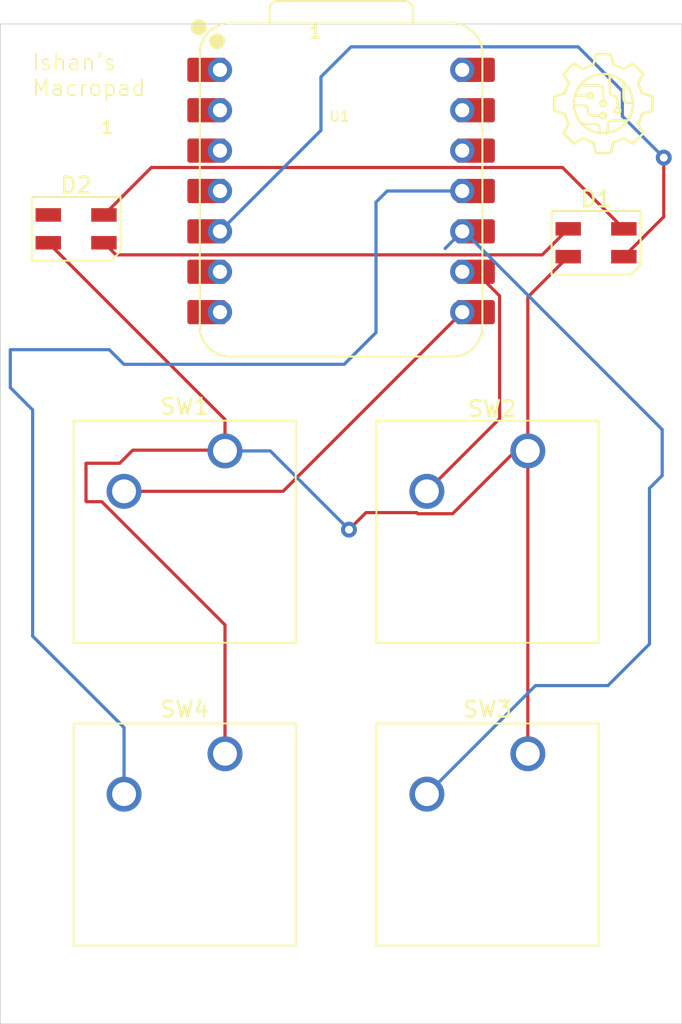
<source format=kicad_pcb>
(kicad_pcb (version 20240108) (generator "pcbnew") (generator_version "8.0")
  (layers (0 "F.Cu" signal) (31 "B.Cu" signal) (34 "B.Paste" user) (35 "F.Paste" user) (36 "B.SilkS" user "B.Silkscreen") (37 "F.SilkS" user "F.Silkscreen") (38 "B.Mask" user) (39 "F.Mask" user) (44 "Edge.Cuts" user))
  (net 0 "")
  (net 1 "GND")
  (net 2 "Net-(D1-DIN)")
  (net 3 "Net-(D1-DOUT)")
  (net 4 "+5V")
  (net 6 "Net-(U1-GPIO1{slash}RX)")
  (net 7 "Net-(U1-GPIO2{slash}SCK)")
  (net 8 "Net-(U1-GPIO4{slash}MISO)")
  (net 9 "Net-(U1-GPIO3{slash}MOSI)")
  (footprint "OPL:XIAO-RP2040-DIP" (layer "F.Cu") (at 199.4025 106.69875)
    (property "Reference" "U1" (at -0.1025 -4.69875 0) (layer "F.SilkS") (effects (font (size 0.635 0.635) (thickness 0.1016))))
    (property "Value" "XIAO-RP2040-DIP")
    (fp_line (start -8.89 8.509) (end -8.89 -8.636) (stroke (width 0.127)) (layer "F.SilkS"))
    (fp_line (start -6.985 10.414) (end 6.985 10.414) (stroke (width 0.127)) (layer "F.SilkS"))
    (fp_line (start -4.495 -10.541) (end -4.491272 -11.451272) (stroke (width 0.127)) (layer "F.SilkS"))
    (fp_line (start -3.991272 -11.951) (end 4.004 -11.951) (stroke (width 0.127)) (layer "F.SilkS"))
    (fp_line (start 4.504 -11.451) (end 4.504 -10.541) (stroke (width 0.127)) (layer "F.SilkS"))
    (fp_line (start 6.985 -10.541) (end -6.985 -10.541) (stroke (width 0.1)) (layer "F.SilkS"))
    (fp_line (start 6.985 -10.541) (end -6.985 -10.541) (stroke (width 0.127)) (layer "F.SilkS"))
    (fp_line (start 8.89 8.509) (end 8.89 -8.636) (stroke (width 0.127)) (layer "F.SilkS"))
    (fp_arc (start -8.89 -8.636) (mid -8.332038 -9.983038) (end -6.985 -10.541) (stroke (width 0.127)) (layer "F.SilkS"))
    (fp_arc (start -6.985 10.414) (mid -8.332038 9.856038) (end -8.89 8.509) (stroke (width 0.127)) (layer "F.SilkS"))
    (fp_arc (start -4.491272 -11.451272) (mid -4.344724 -11.804644) (end -3.991272 -11.951) (stroke (width 0.127)) (layer "F.SilkS"))
    (fp_arc (start 4.004 -11.951) (mid 4.357553 -11.804553) (end 4.504 -11.451) (stroke (width 0.127)) (layer "F.SilkS"))
    (fp_arc (start 6.985 -10.541) (mid 8.332038 -9.983038) (end 8.89 -8.636) (stroke (width 0.127)) (layer "F.SilkS"))
    (fp_arc (start 8.89 8.509) (mid 8.332038 9.856038) (end 6.985 10.414) (stroke (width 0.127)) (layer "F.SilkS"))
    (fp_circle (center -8.95 -10.3) (end -8.95 -10.554) (stroke (width 0.5)) (fill solid) (layer "F.SilkS"))
    (fp_circle (center -7.807 -9.42) (end -7.807 -9.674) (stroke (width 0.5)) (fill solid) (layer "F.SilkS"))
    (pad "1" smd roundrect (at -8.455 -7.62 180) (size 2.432 1.524) (layers "F.Cu" "F.Mask") (roundrect_rratio 0.1))
    (pad "1" thru_hole circle (at -7.62 -7.62 180) (size 1.524 1.524) (drill 0.889) (layers "*.Cu" "*.Mask"))
    (pad "2" smd roundrect (at -8.455 -5.08 180) (size 2.432 1.524) (layers "F.Cu" "F.Mask") (roundrect_rratio 0.1))
    (pad "2" thru_hole circle (at -7.62 -5.08 180) (size 1.524 1.524) (drill 0.889) (layers "*.Cu" "*.Mask"))
    (pad "3" smd roundrect (at -8.455 -2.54 180) (size 2.432 1.524) (layers "F.Cu" "F.Mask") (roundrect_rratio 0.1))
    (pad "3" thru_hole circle (at -7.62 -2.54 180) (size 1.524 1.524) (drill 0.889) (layers "*.Cu" "*.Mask"))
    (pad "4" smd roundrect (at -8.455 0 180) (size 2.432 1.524) (layers "F.Cu" "F.Mask") (roundrect_rratio 0.1))
    (pad "4" thru_hole circle (at -7.62 0 180) (size 1.524 1.524) (drill 0.889) (layers "*.Cu" "*.Mask"))
    (pad "5" smd roundrect (at -8.455 2.54 180) (size 2.432 1.524) (layers "F.Cu" "F.Mask") (roundrect_rratio 0.1) (net 2 "Net-(D1-DIN)"))
    (pad "5" thru_hole circle (at -7.62 2.54 180) (size 1.524 1.524) (drill 0.889) (layers "*.Cu" "*.Mask") (net 2 "Net-(D1-DIN)"))
    (pad "6" smd roundrect (at -8.455 5.08 180) (size 2.432 1.524) (layers "F.Cu" "F.Mask") (roundrect_rratio 0.1))
    (pad "6" thru_hole circle (at -7.62 5.08 180) (size 1.524 1.524) (drill 0.889) (layers "*.Cu" "*.Mask"))
    (pad "7" smd roundrect (at -8.455 7.62 180) (size 2.432 1.524) (layers "F.Cu" "F.Mask") (roundrect_rratio 0.1))
    (pad "7" thru_hole circle (at -7.62 7.62 180) (size 1.524 1.524) (drill 0.889) (layers "*.Cu" "*.Mask"))
    (pad "8" thru_hole circle (at 7.62 7.62) (size 1.524 1.524) (drill 0.889) (layers "*.Cu" "*.Mask") (net 6 "Net-(U1-GPIO1{slash}RX)"))
    (pad "8" smd roundrect (at 8.455 7.62) (size 2.432 1.524) (layers "F.Cu" "F.Mask") (roundrect_rratio 0.1) (net 6 "Net-(U1-GPIO1{slash}RX)"))
    (pad "9" thru_hole circle (at 7.62 5.08) (size 1.524 1.524) (drill 0.889) (layers "*.Cu" "*.Mask") (net 7 "Net-(U1-GPIO2{slash}SCK)"))
    (pad "9" smd roundrect (at 8.455 5.08) (size 2.432 1.524) (layers "F.Cu" "F.Mask") (roundrect_rratio 0.1) (net 7 "Net-(U1-GPIO2{slash}SCK)"))
    (pad "10" thru_hole circle (at 7.62 2.54) (size 1.524 1.524) (drill 0.889) (layers "*.Cu" "*.Mask") (net 8 "Net-(U1-GPIO4{slash}MISO)"))
    (pad "10" smd roundrect (at 8.455 2.54) (size 2.432 1.524) (layers "F.Cu" "F.Mask") (roundrect_rratio 0.1) (net 8 "Net-(U1-GPIO4{slash}MISO)"))
    (pad "11" thru_hole circle (at 7.62 0) (size 1.524 1.524) (drill 0.889) (layers "*.Cu" "*.Mask") (net 9 "Net-(U1-GPIO3{slash}MOSI)"))
    (pad "11" smd roundrect (at 8.455 0) (size 2.432 1.524) (layers "F.Cu" "F.Mask") (roundrect_rratio 0.1) (net 9 "Net-(U1-GPIO3{slash}MOSI)"))
    (pad "12" thru_hole circle (at 7.62 -2.54) (size 1.524 1.524) (drill 0.889) (layers "*.Cu" "*.Mask"))
    (pad "12" smd roundrect (at 8.455 -2.54) (size 2.432 1.524) (layers "F.Cu" "F.Mask") (roundrect_rratio 0.1))
    (pad "13" thru_hole circle (at 7.62 -5.08) (size 1.524 1.524) (drill 0.889) (layers "*.Cu" "*.Mask"))
    (pad "13" smd roundrect (at 8.455 -5.08) (size 2.432 1.524) (layers "F.Cu" "F.Mask") (roundrect_rratio 0.1))
    (pad "14" thru_hole circle (at 7.62 -7.62) (size 1.524 1.524) (drill 0.889) (layers "*.Cu" "*.Mask"))
    (pad "14" smd roundrect (at 8.455 -7.62) (size 2.432 1.524) (layers "F.Cu" "F.Mask") (roundrect_rratio 0.1))
  )
  (footprint "Button_Switch_Keyboard:SW_Cherry_MX_1.00u_PCB" (layer "F.Cu") (at 192.1 142.1)
    (property "Reference" "SW4" (at -2.54 -2.794 0) (layer "F.SilkS"))
    (property "Value" "SW_Push")
    (fp_line (start -9.525 -1.905) (end 4.445 -1.905) (stroke (width 0.12)) (layer "F.SilkS"))
    (fp_line (start -9.525 12.065) (end -9.525 -1.905) (stroke (width 0.12)) (layer "F.SilkS"))
    (fp_line (start 4.445 -1.905) (end 4.445 12.065) (stroke (width 0.12)) (layer "F.SilkS"))
    (fp_line (start 4.445 12.065) (end -9.525 12.065) (stroke (width 0.12)) (layer "F.SilkS"))
    (pad "" np_thru_hole circle (at -7.62 5.08) (size 1.7 1.7) (drill 1.7) (layers "*.Cu" "*.Mask"))
    (pad "" np_thru_hole circle (at -2.54 5.08) (size 4 4) (drill 4) (layers "*.Cu" "*.Mask"))
    (pad "" np_thru_hole circle (at 2.54 5.08) (size 1.7 1.7) (drill 1.7) (layers "*.Cu" "*.Mask"))
    (pad "1" thru_hole circle (at 0 0) (size 2.2 2.2) (drill 1.5) (layers "*.Cu" "*.Mask") (net 1 "GND"))
    (pad "2" thru_hole circle (at -6.35 2.54) (size 2.2 2.2) (drill 1.5) (layers "*.Cu" "*.Mask") (net 9 "Net-(U1-GPIO3{slash}MOSI)"))
  )
  (footprint "LED_SMD:LED_SK6812MINI_PLCC4_3.5x3.5mm_P1.75mm" (layer "F.Cu") (at 215.44 109.955)
    (property "Reference" "D1" (at 0 -2.75 0) (layer "F.SilkS"))
    (property "Value" "SK6812MINI")
    (fp_line (start -2.8 -2) (end -2.8 2) (stroke (width 0.12)) (layer "F.SilkS"))
    (fp_line (start -2.8 -2) (end 2.8 -2) (stroke (width 0.12)) (layer "F.SilkS"))
    (fp_line (start -2.8 2) (end 2.2 2) (stroke (width 0.12)) (layer "F.SilkS"))
    (fp_line (start 2.8 1.4) (end 2.2 2) (stroke (width 0.12)) (layer "F.SilkS"))
    (fp_line (start 2.8 1.4) (end 2.8 -2) (stroke (width 0.12)) (layer "F.SilkS"))
    (fp_text user "1" (at -17.64625 -13.26625 0) (layer "F.SilkS") (effects (font (size 0.8 0.8))))
    (pad "1" smd rect (at -1.75 -0.875) (size 1.6 0.85) (layers "F.Cu" "F.Paste" "F.Mask") (net 3 "Net-(D1-DOUT)"))
    (pad "2" smd rect (at -1.75 0.875) (size 1.6 0.85) (layers "F.Cu" "F.Paste" "F.Mask") (net 1 "GND"))
    (pad "3" smd rect (at 1.75 0.875) (size 1.6 0.85) (layers "F.Cu" "F.Paste" "F.Mask") (net 2 "Net-(D1-DIN)"))
    (pad "4" smd rect (at 1.75 -0.875) (size 1.6 0.85) (layers "F.Cu" "F.Paste" "F.Mask") (net 4 "+5V"))
  )
  (footprint "img:logo" (layer "F.Cu") (at 215.554742 100.650524)
    (property "Reference" "G***" (hide yes))
    (property "Value" "LOGO" (hide yes))
    (fp_poly (pts (xy 0.415502 -2.634362) (xy 0.541727 -2.632355) (xy 0.655839 -2.628415) (xy 0.749948 -2.622542) (xy 0.816164 -2.614737) (xy 0.845701 -2.60582) (xy 0.863115 -2.575749) (xy 0.887718 -2.511266) (xy 0.916956 -2.420005) (xy 0.948275 -2.309599) (xy 0.960918 -2.261376) (xy 1.042236 -1.943907) (xy 1.1824 -1.898625) (xy 1.277584 -1.863934) (xy 1.385128 -1.818935) (xy 1.469113 -1.779542) (xy 1.615663 -1.70574) (xy 1.881451 -1.862907) (xy 1.980202 -1.920713) (xy 2.068399 -1.971252) (xy 2.138082 -2.010042) (xy 2.18129 -2.032601) (xy 2.188321 -2.035696) (xy 2.207359 -2.035486) (xy 2.236203 -2.021106) (xy 2.278509 -1.989447) (xy 2.337935 -1.937399) (xy 2.418137 -1.861855) (xy 2.522774 -1.759705) (xy 2.582161 -1.700896) (xy 2.682809 -1.59981) (xy 2.772271 -1.507841) (xy 2.846223 -1.42961) (xy 2.900342 -1.369736) (xy 2.930304 -1.33284) (xy 2.934919 -1.323984) (xy 2.924517 -1.296541) (xy 2.895983 -1.239621) (xy 2.853329 -1.160793) (xy 2.800567 -1.067629) (xy 2.783744 -1.038662) (xy 2.727664 -0.941861) (xy 2.679086 -0.856537) (xy 2.642417 -0.79054) (xy 2.622064 -0.751718) (xy 2.619918 -0.746863) (xy 2.622338 -0.711916) (xy 2.640741 -0.651552) (xy 2.671178 -0.578636) (xy 2.672255 -0.576348) (xy 2.715973 -0.477584) (xy 2.760793 -0.366633) (xy 2.787526 -0.294239) (xy 2.816172 -0.217159) (xy 2.840585 -0.17105) (xy 2.868692 -0.145471) (xy 2.908425 -0.129981) (xy 2.913339 -0.128586) (xy 2.964486 -0.114589) (xy 3.045604 -0.092713) (xy 3.144941 -0.066115) (xy 3.236529 -0.041728) (xy 3.33479 -0.013917) (xy 3.417513 0.012722) (xy 3.475806 0.035107) (xy 3.500558 0.049785) (xy 3.505797 0.07913) (xy 3.510001 0.143909) (xy 3.51317 0.236408) (xy 3.515306 0.348913) (xy 3.516411 0.473711) (xy 3.516485 0.603087) (xy 3.51553 0.729327) (xy 3.513547 0.844717) (xy 3.510537 0.941544) (xy 3.506502 1.012092) (xy 3.501444 1.04865) (xy 3.500386 1.051088) (xy 3.474708 1.065478) (xy 3.414857 1.087943) (xy 3.328493 1.115933) (xy 3.223273 1.146892) (xy 3.163706 1.163303) (xy 3.053046 1.19342) (xy 2.958356 1.219807) (xy 2.886898 1.240392) (xy 2.845936 1.253101) (xy 2.839044 1.25597) (xy 2.830175 1.278037) (xy 2.81119 1.329819) (xy 2.786139 1.400263) (xy 2.785277 1.402718) (xy 2.74758 1.502386) (xy 2.702285 1.611532) (xy 2.671852 1.679268) (xy 2.641364 1.751993) (xy 2.622765 1.812442) (xy 2.620015 1.847698) (xy 2.620121 1.847985) (xy 2.635155 1.877789) (xy 2.667719 1.936939) (xy 2.713412 2.017606) (xy 2.767837 2.11196) (xy 2.783744 2.139256) (xy 2.838712 2.235191) (xy 2.884749 2.319011) (xy 2.917842 2.383147) (xy 2.933982 2.420026) (xy 2.934919 2.424578) (xy 2.920306 2.445805) (xy 2.879961 2.491773) (xy 2.819129 2.55719) (xy 2.743056 2.636764) (xy 2.656984 2.725202) (xy 2.566159 2.817212) (xy 2.475825 2.907502) (xy 2.391227 2.990779) (xy 2.317608 3.061752) (xy 2.260213 3.115127) (xy 2.224287 3.145613) (xy 2.215344 3.150722) (xy 2.19239 3.140363) (xy 2.138994 3.111773) (xy 2.06187 3.068679) (xy 1.967735 3.014809) (xy 1.907805 2.97999) (xy 1.615525 2.809258) (xy 1.466847 2.882737) (xy 1.369266 2.927596) (xy 1.262615 2.971527) (xy 1.179877 3.001613) (xy 1.041585 3.047012) (xy 0.960205 3.363225) (xy 0.930362 3.475654) (xy 0.902503 3.574171) (xy 0.87904 3.650713) (xy 0.862385 3.697217) (xy 0.857586 3.706414) (xy 0.838364 3.715757) (xy 0.794645 3.722883) (xy 0.722507 3.727999) (xy 0.618024 3.731311) (xy 0.477271 3.733027) (xy 0.345285 3.73339) (xy 0.174805 3.73274) (xy 0.043539 3.730654) (xy -0.052443 3.726924) (xy -0.11707 3.721343) (xy -0.154272 3.713703) (xy -0.166605 3.706414) (xy -0.179077 3.676881) (xy -0.199561 3.613498) (xy -0.225655 3.524303) (xy -0.25496 3.417331) (xy -0.269539 3.361737) (xy -0.351644 3.044034) (xy -0.461761 3.011829) (xy -0.533844 2.9868) (xy -0.626934 2.949099) (xy -0.723686 2.905847) (xy -0.746975 2.894729) (xy -0.922073 2.809833) (xy -1.200161 2.971566) (xy -1.299991 3.02931) (xy -1.387857 3.079543) (xy -1.456408 3.118107) (xy -1.498294 3.140844) (xy -1.506374 3.14476) (xy -1.528375 3.133302) (xy -1.575078 3.09591) (xy -1.641216 3.037713) (xy -1.721525 2.963839) (xy -1.810739 2.879418) (xy -1.903592 2.789578) (xy -1.994819 2.699447) (xy -2.079155 2.614154) (xy -2.151335 2.538827) (xy -2.206093 2.478595) (xy -2.238163 2.438587) (xy -2.24435 2.425962) (xy -2.233951 2.399311) (xy -2.205329 2.342793) (xy -2.162344 2.263625) (xy -2.10886 2.169023) (xy -2.082498 2.123516) (xy -2.025641 2.024807) (xy -1.977521 1.938821) (xy -1.941981 1.872619) (xy -1.922866 1.833263) (xy -1.920646 1.826155) (xy -1.929267 1.79766) (xy -1.951839 1.742461) (xy -1.982525 1.674562) (xy -2.024987 1.57852) (xy -2.068887 1.470353) (xy -2.094178 1.402718) (xy -2.119608 1.331895) (xy -2.139037 1.279348) (xy -2.148383 1.256114) (xy -2.148475 1.25597) (xy -2.169764 1.248426) (xy -2.225505 1.231876) (xy -2.308436 1.208393) (xy -2.411295 1.180052) (xy -2.473137 1.163303) (xy -2.585129 1.131808) (xy -2.682245 1.101956) (xy -2.756826 1.076302) (xy -2.801213 1.057398) (xy -2.809816 1.051088) (xy -2.814997 1.021878) (xy -2.819189 0.957239) (xy -2.822387 0.86488) (xy -2.824587 0.75251) (xy -2.825783 0.627839) (xy -2.825969 0.498574) (xy -2.82514 0.372426) (xy -2.823292 0.257104) (xy -2.820418 0.160317) (xy -2.819988 0.152543) (xy -2.676903 0.152543) (xy -2.671034 0.554236) (xy -2.665166 0.95593) (xy -2.355033 1.03735) (xy -2.244992 1.067136) (xy -2.150064 1.094526) (xy -2.078 1.117153) (xy -2.036551 1.132648) (xy -2.029957 1.136657) (xy -2.01628 1.16555) (xy -1.995736 1.222703) (xy -1.976351 1.284027) (xy -1.949254 1.362341) (xy -1.909441 1.462414) (xy -1.863715 1.567513) (xy -1.842846 1.612361) (xy -1.803116 1.697278) (xy -1.77157 1.767783) (xy -1.752193 1.814782) (xy -1.748003 1.828695) (xy -1.758357 1.852556) (xy -1.78687 1.906599) (xy -1.829719 1.98386) (xy -1.883079 2.077378) (xy -1.910805 2.125142) (xy -2.073606 2.404108) (xy -1.786718 2.689605) (xy -1.49983 2.975103) (xy -1.230077 2.815042) (xy -1.131854 2.757977) (xy -1.045109 2.709849) (xy -0.977338 2.674648) (xy -0.936035 2.656363) (xy -0.928758 2.654678) (xy -0.896128 2.663644) (xy -0.835854 2.687858) (xy -0.758689 2.722859) (xy -0.723745 2.739744) (xy -0.619317 2.787688) (xy -0.504242 2.835214) (xy -0.401394 2.872935) (xy -0.390247 2.876587) (xy -0.333047 2.8944) (xy -0.289981 2.909735) (xy -0.25756 2.928562) (xy -0.232295 2.956853) (xy -0.210694 3.00058) (xy -0.18927 3.065713) (xy -0.164531 3.158224) (xy -0.13299 3.284085) (xy -0.118625 3.341379) (xy -0.057948 3.582328) (xy 0.346266 3.582328) (xy 0.75048 3.582328) (xy 0.799125 3.38271) (xy 0.826021 3.275947) (xy 0.854857 3.167214) (xy 0.880549 3.075536) (xy 0.887128 3.053398) (xy 0.926485 2.923703) (xy 1.084043 2.874794) (xy 1.182466 2.840245) (xy 1.296145 2.794414) (xy 1.402359 2.746522) (xy 1.413876 2.740901) (xy 1.494795 2.702648) (xy 1.563478 2.673213) (xy 1.609065 2.65713) (xy 1.618522 2.655449) (xy 1.647868 2.665849) (xy 1.706543 2.694755) (xy 1.787028 2.738194) (xy 1.881806 2.792197) (xy 1.920646 2.815042) (xy 2.190399 2.975103) (xy 2.477287 2.689605) (xy 2.764175 2.404108) (xy 2.601374 2.125142) (xy 2.544382 2.026373) (xy 2.496099 1.940576) (xy 2.460347 1.874713) (xy 2.440951 1.835748) (xy 2.438573 1.828695) (xy 2.447348 1.802972) (xy 2.471016 1.747533) (xy 2.50559 1.671472) (xy 2.533415 1.612361) (xy 2.579579 1.510502) (xy 2.622919 1.406074) (xy 2.656631 1.315809) (xy 2.66692 1.284027) (xy 2.689502 1.213237) (xy 2.709355 1.159335) (xy 2.720526 1.136657) (xy 2.7457 1.125136) (xy 2.80497 1.105417) (xy 2.890586 1.079869) (xy 2.994796 1.050861) (xy 3.045602 1.037332) (xy 3.355735 0.955895) (xy 3.355735 0.550297) (xy 3.355735 0.144699) (xy 3.045602 0.063262) (xy 2.935562 0.03347) (xy 2.840634 0.006074) (xy 2.76857 -0.016556) (xy 2.727121 -0.032053) (xy 2.720526 -0.036063) (xy 2.706849 -0.064956) (xy 2.686305 -0.122108) (xy 2.66692 -0.183433) (xy 2.639823 -0.261746) (xy 2.60001 -0.36182) (xy 2.554285 -0.466919) (xy 2.533415 -0.511767) (xy 2.493683 -0.5967) (xy 2.462136 -0.667238) (xy 2.44276 -0.714279) (xy 2.438573 -0.728223) (xy 2.448973 -0.752105) (xy 2.477613 -0.806109) (xy 2.520647 -0.883275) (xy 2.574233 -0.97664) (xy 2.601874 -1.023975) (xy 2.765175 -1.302125) (xy 2.480445 -1.587442) (xy 2.195715 -1.872759) (xy 1.920771 -1.71327) (xy 1.821482 -1.656811) (xy 1.733908 -1.609135) (xy 1.665476 -1.574126) (xy 1.62361 -1.555666) (xy 1.61575 -1.553781) (xy 1.583822 -1.562925) (xy 1.524209 -1.587353) (xy 1.447584 -1.622558) (xy 1.413271 -1.639288) (xy 1.309693 -1.687014) (xy 1.195927 -1.733821) (xy 1.094587 -1.770469) (xy 1.083676 -1.773952) (xy 0.926485 -1.823109) (xy 0.887128 -1.952803) (xy 0.863461 -2.035251) (xy 0.835061 -2.140699) (xy 0.807012 -2.250121) (xy 0.799125 -2.282116) (xy 0.75048 -2.481734) (xy 0.348213 -2.481734) (xy -0.054055 -2.481734) (xy -0.140734 -2.154738) (xy -0.227414 -1.827741) (xy -0.401477 -1.769924) (xy -0.510977 -1.730003) (xy -0.630943 -1.680851) (xy -0.735462 -1.633087) (xy -0.735752 -1.632943) (xy -0.813928 -1.596184) (xy -0.879835 -1.568584) (xy -0.922061 -1.554821) (xy -0.928144 -1.554084) (xy -0.957426 -1.564761) (xy -1.016052 -1.593902) (xy -1.096506 -1.637518) (xy -1.191273 -1.691615) (xy -1.230077 -1.714448) (xy -1.49983 -1.874509) (xy -1.786718 -1.589011) (xy -2.073606 -1.303514) (xy -1.910805 -1.024548) (xy -1.853813 -0.925779) (xy -1.80553 -0.839982) (xy -1.769778 -0.774119) (xy -1.750382 -0.735154) (xy -1.748003 -0.728101) (xy -1.756779 -0.702378) (xy -1.780447 -0.646939) (xy -1.815021 -0.570878) (xy -1.842846 -0.511767) (xy -1.88901 -0.409908) (xy -1.93235 -0.30548) (xy -1.966062 -0.215215) (xy -1.976351 -0.183433) (xy -1.998716 -0.112915) (xy -2.018065 -0.059525) (xy -2.028706 -0.037315) (xy -2.054268 -0.024902) (xy -2.111861 -0.005073) (xy -2.191683 0.018957) (xy -2.24588 0.033974) (xy -2.349912 0.062067) (xy -2.452986 0.090156) (xy -2.538103 0.113599) (xy -2.563133 0.120585) (xy -2.676903 0.152543) (xy -2.819988 0.152543) (xy -2.816514 0.089774) (xy -2.811574 0.053183) (xy -2.810502 0.050682) (xy -2.784069 0.035035) (xy -2.725335 0.012551) (xy -2.643925 -0.013349) (xy -2.578845 -0.031617) (xy -2.434045 -0.070049) (xy -2.3253 -0.099348) (xy -2.247101 -0.122024) (xy -2.193942 -0.140587) (xy -2.160317 -0.157545) (xy -2.140717 -0.175408) (xy -2.129636 -0.196686) (xy -2.121567 -0.223888) (xy -2.116398 -0.242351) (xy -2.094589 -0.304672) (xy -2.060131 -0.39043) (xy -2.019291 -0.484264) (xy -2.004953 -0.515519) (xy -1.967907 -0.597357) (xy -1.939153 -0.665239) (xy -1.92284 -0.709156) (xy -1.920646 -0.718939) (xy -1.930996 -0.744611) (xy -1.95949 -0.800302) (xy -2.002295 -0.878883) (xy -2.055578 -0.973228) (xy -2.082498 -1.019866) (xy -2.139365 -1.119398) (xy -2.187492 -1.206812) (xy -2.223031 -1.274871) (xy -2.242138 -1.316338) (xy -2.24435 -1.324436) (xy -2.229715 -1.345755) (xy -2.189309 -1.391778) (xy -2.128386 -1.457215) (xy -2.052197 -1.536779) (xy -1.965994 -1.625182) (xy -1.875028 -1.717135) (xy -1.784552 -1.807351) (xy -1.699817 -1.890541) (xy -1.626075 -1.961417) (xy -1.568579 -2.014692) (xy -1.532579 -2.045076) (xy -1.523631 -2.050128) (xy -1.500328 -2.039667) (xy -1.446726 -2.010797) (xy -1.369555 -1.967285) (xy -1.275543 -1.912897) (xy -1.21612 -1.877955) (xy -0.925012 -1.705781) (xy -0.778503 -1.779562) (xy -0.680813 -1.824973) (xy -0.573201 -1.869313) (xy -0.491349 -1.898781) (xy -0.350705 -1.944218) (xy -0.26911 -2.261531) (xy -0.238458 -2.374262) (xy -0.208471 -2.47305) (xy -0.181839 -2.549826) (xy -0.161252 -2.596518) (xy -0.154374 -2.60582) (xy -0.121163 -2.615409) (xy -0.052724 -2.623065) (xy 0.043052 -2.628788) (xy 0.158274 -2.632579) (xy 0.285055 -2.634437)) (fill solid) (layer "F.SilkS"))
    (fp_poly (pts (xy 0.599297 -1.36782) (xy 0.859941 -1.315348) (xy 1.11196 -1.226946) (xy 1.351401 -1.102974) (xy 1.574313 -0.943791) (xy 1.776743 -0.749758) (xy 1.857517 -0.65443) (xy 2.019758 -0.416598) (xy 2.142545 -0.161645) (xy 2.225357 0.108921) (xy 2.267675 0.393595) (xy 2.273507 0.550297) (xy 2.252909 0.838517) (xy 2.192641 1.113638) (xy 2.094986 1.372687) (xy 1.962229 1.612691) (xy 1.796656 1.830677) (xy 1.60055 2.023672) (xy 1.376196 2.188703) (xy 1.125879 2.322797) (xy 0.851884 2.422981) (xy 0.829514 2.429303) (xy 0.73071 2.448777) (xy 0.601624 2.463027) (xy 0.454851 2.471757) (xy 0.302988 2.474673) (xy 0.158629 2.471478) (xy 0.03437 2.461878) (xy -0.040723 2.449702) (xy -0.328447 2.365425) (xy -0.588 2.248739) (xy -0.820946 2.098514) (xy -1.028849 1.913624) (xy -1.043714 1.895836) (xy -0.820051 1.895836) (xy -0.801499 1.927129) (xy -0.750739 1.97136) (xy -0.675113 2.024189) (xy -0.581964 2.081278) (xy -0.478634 2.138284) (xy -0.372465 2.190867) (xy -0.2708 2.234689) (xy -0.209367 2.256822) (xy -0.104155 2.289933) (xy -0.033171 2.306839) (xy 0.010319 2.304937) (xy 0.033049 2.281625) (xy 0.041751 2.234301) (xy 0.04316 2.160363) (xy 0.043161 2.159232) (xy 0.040807 2.073779) (xy 0.031402 2.017128) (xy 0.011433 1.975067) (xy -0.008874 1.948824) (xy -0.060909 1.888275) (xy -0.44048 1.881489) (xy -0.586047 1.880057) (xy -0.699212 1.881431) (xy -0.776868 1.885493) (xy -0.815908 1.892126) (xy -0.820051 1.895836) (xy -1.043714 1.895836) (xy -1.213274 1.692939) (xy -1.324727 1.524089) (xy -1.446225 1.282183) (xy -1.528886 1.024132) (xy -1.573237 0.747932) (xy -1.579451 0.604248) (xy -1.452247 0.604248) (xy -1.109174 0.60439) (xy -0.976567 0.605015) (xy -0.879692 0.607262) (xy -0.811126 0.61188) (xy -0.763449 0.619616) (xy -0.729238 0.631219) (xy -0.704409 0.645205) (xy -0.627577 0.711514) (xy -0.581849 0.793071) (xy -0.562582 0.899606) (xy -0.56123 0.945209) (xy -0.551895 1.058825) (xy -0.525775 1.147178) (xy -0.485309 1.203528) (xy -0.463009 1.216671) (xy -0.428362 1.221978) (xy -0.36065 1.226268) (xy -0.269969 1.229072) (xy -0.176272 1.22994) (xy 0.075531 1.229803) (xy 0.109978 1.169233) (xy 0.152297 1.120351) (xy 0.213002 1.076675) (xy 0.226379 1.069772) (xy 0.322401 1.046077) (xy 0.416904 1.063321) (xy 0.502617 1.119664) (xy 0.527127 1.145801) (xy 0.576042 1.233975) (xy 0.584624 1.329011) (xy 0.553245 1.423419) (xy 0.510443 1.482163) (xy 0.459554 1.531399) (xy 0.413285 1.554551) (xy 0.351511 1.560898) (xy 0.339502 1.560974) (xy 0.234074 1.544822) (xy 0.152048 1.49887) (xy 0.103455 1.433948) (xy 0.091705 1.411745) (xy 0.075224 1.39684) (xy 0.046168 1.387778) (xy -0.003308 1.383105) (xy -0.08105 1.381365) (xy -0.181501 1.381105) (xy -0.341531 1.376153) (xy -0.464299 1.358908) (xy -0.554831 1.325713) (xy -0.611964 1.278072) (xy 0.22093 1.278072) (xy 0.224531 1.341831) (xy 0.251518 1.384834) (xy 0.307431 1.419974) (xy 0.367533 1.416461) (xy 0.419263 1.375418) (xy 0.423379 1.369464) (xy 0.443452 1.308983) (xy 0.430724 1.253622) (xy 0.394299 1.211609) (xy 0.343281 1.191175) (xy 0.286776 1.200548) (xy 0.258094 1.220073) (xy 0.22093 1.278072) (xy -0.611964 1.278072) (xy -0.618154 1.27291) (xy -0.659295 1.196843) (xy -0.683278 1.093855) (xy -0.692132 1.009596) (xy -0.700217 0.919748) (xy -0.710856 0.861368) (xy -0.727759 0.822776) (xy -0.754636 0.792295) (xy -0.763718 0.784256) (xy -0.789465 0.764204) (xy -0.817426 0.750295) (xy -0.855621 0.741411) (xy -0.912072 0.736434) (xy -0.994801 0.734247) (xy -1.111829 0.733732) (xy -1.12635 0.73373) (xy -1.430242 0.73373) (xy -1.416871 0.847492) (xy -1.379535 1.029552) (xy -1.311427 1.22336) (xy -1.217701 1.416746) (xy -1.103512 1.597543) (xy -1.092989 1.611992) (xy -0.994452 1.745735) (xy -0.502621 1.752264) (xy -0.343101 1.754636) (xy -0.220888 1.757323) (xy -0.13013 1.760854) (xy -0.064972 1.765758) (xy -0.019564 1.772565) (xy 0.01195 1.781804) (xy 0.03542 1.794005) (xy 0.046734 1.801954) (xy 0.105496 1.854935) (xy 0.143375 1.915137) (xy 0.164305 1.993166) (xy 0.172217 2.099629) (xy 0.172642 2.141576) (xy 0.174245 2.226354) (xy 0.178513 2.29382) (xy 0.18464 2.332948) (xy 0.187029 2.337864) (xy 0.215608 2.345715) (xy 0.273125 2.350416) (xy 0.34547 2.351913) (xy 0.418533 2.350147) (xy 0.478203 2.345061) (xy 0.505372 2.339152) (xy 0.520727 2.32637) (xy 0.530806 2.29718) (xy 0.53661 2.244216) (xy 0.539142 2.160113) (xy 0.539507 2.088088) (xy 0.540381 2.050811) (xy 0.690569 2.050811) (xy 0.690569 2.31252) (xy 0.760705 2.297634) (xy 0.814273 2.282814) (xy 0.892764 2.257014) (xy 0.981023 2.225272) (xy 0.999357 2.218331) (xy 1.196789 2.124965) (xy 1.391397 1.999606) (xy 1.568768 1.851838) (xy 1.607056 1.814222) (xy 1.735862 1.683262) (xy 1.270318 1.683262) (xy 1.117255 1.683371) (xy 1.001327 1.684103) (xy 0.916507 1.68607) (xy 0.85677 1.68988) (xy 0.816088 1.696145) (xy 0.788436 1.705475) (xy 0.767788 1.718479) (xy 0.748118 1.735769) (xy 0.747671 1.736183) (xy 0.723658 1.760197) (xy 0.70754 1.78522) (xy 0.697744 1.819912) (xy 0.692698 1.872936) (xy 0.690831 1.952952) (xy 0.690569 2.050811) (xy 0.540381 2.050811) (xy 0.542999 1.939075) (xy 0.554646 1.825315) (xy 0.576203 1.739377) (xy 0.609428 1.67383) (xy 0.648094 1.628655) (xy 0.682095 1.600309) (xy 0.721643 1.578097) (xy 0.772174 1.561286) (xy 0.839128 1.549148) (xy 0.927942 1.54095) (xy 1.044055 1.535964) (xy 1.192903 1.533457) (xy 1.36228 1.532715) (xy 1.850559 1.5322) (xy 1.92609 1.386533) (xy 2.028969 1.149176) (xy 2.099 0.901611) (xy 2.113991 0.820051) (xy 2.130247 0.716499) (xy 2.136727 0.648418) (xy 2.128575 0.608399) (xy 2.100937 0.589033) (xy 2.048959 0.582912) (xy 1.967785 0.582627) (xy 1.958411 0.582634) (xy 1.827841 0.576383) (xy 1.730825 0.555224) (xy 1.659239 0.51546) (xy 1.604959 0.453397) (xy 1.580756 0.410848) (xy 1.565934 0.37968) (xy 1.554479 0.348336) (xy 1.545958 0.311005) (xy 1.539938 0.261877) (xy 1.535987 0.195141) (xy 1.533671 0.104987) (xy 1.532734 0.004415) (xy 1.684016 0.004415) (xy 1.684623 0.123949) (xy 1.686463 0.211972) (xy 1.690038 0.274309) (xy 1.69585 0.316786) (xy 1.704402 0.345227) (xy 1.716194 0.365456) (xy 1.730185 0.381659) (xy 1.758246 0.406603) (xy 1.79211 0.421582) (xy 1.842959 0.429057) (xy 1.921971 0.43149) (xy 1.957033 0.431605) (xy 2.136959 0.431605) (xy 2.124002 0.339889) (xy 2.077664 0.112937) (xy 2.005455 -0.10883) (xy 1.911795 -0.314867) (xy 1.801103 -0.494625) (xy 1.743485 -0.568166) (xy 1.685017 -0.636619) (xy 1.68414 -0.152453) (xy 1.684016 0.004415) (xy 1.532734 0.004415) (xy 1.532559 -0.014396) (xy 1.532218 -0.168817) (xy 1.5322 -0.241257) (xy 1.5322 -0.797073) (xy 1.418904 -0.881216) (xy 1.259096 -0.990126) (xy 1.102804 -1.074296) (xy 0.965491 -1.131802) (xy 0.820051 -1.186545) (xy 0.820051 -0.660404) (xy 0.820242 -0.483579) (xy 0.821795 -0.344932) (xy 0.826177 -0.239482) (xy 0.834855 -0.162245) (xy 0.849297 -0.108241) (xy 0.87097 -0.072488) (xy 0.901343 -0.050002) (xy 0.941883 -0.035803) (xy 0.994057 -0.024908) (xy 1.008014 -0.022316) (xy 1.107384 0.002056) (xy 1.177099 0.036553) (xy 1.230623 0.089341) (xy 1.258257 0.129481) (xy 1.279351 0.168988) (xy 1.293863 0.214392) (xy 1.303399 0.275377) (xy 1.309566 0.361629) (xy 1.313347 0.461695) (xy 1.321127 0.718377) (xy 1.405084 0.798243) (xy 1.456013 0.851871) (xy 1.481007 0.89773) (xy 1.488718 0.953866) (xy 1.488959 0.973166) (xy 1.471486 1.081692) (xy 1.423254 1.166295) (xy 1.350238 1.222219) (xy 1.258416 1.244703) (xy 1.163726 1.232144) (xy 1.078732 1.187754) (xy 1.019166 1.11923) (xy 0.986253 1.036081) (xy 0.983953 0.995759) (xy 1.123592 0.995759) (xy 1.143611 1.052076) (xy 1.156087 1.066683) (xy 1.213368 1.097027) (xy 1.277507 1.091558) (xy 1.326401 1.058303) (xy 1.352703 1.001533) (xy 1.343828 0.940991) (xy 1.303378 0.891852) (xy 1.284316 0.880996) (xy 1.222777 0.871733) (xy 1.170556 0.894898) (xy 1.135034 0.939803) (xy 1.123592 0.995759) (xy 0.983953 0.995759) (xy 0.981218 0.947817) (xy 1.005287 0.863947) (xy 1.059683 0.793981) (xy 1.103505 0.764595) (xy 1.165336 0.732621) (xy 1.165336 0.487912) (xy 1.163035 0.359062) (xy 1.153488 0.266163) (xy 1.132729 0.202131) (xy 1.096789 0.159883) (xy 1.041702 0.132334) (xy 0.9635 0.112399) (xy 0.953986 0.110499) (xy 0.835124 0.070781) (xy 0.74871 0.003806) (xy 0.69222 -0.092388) (xy 0.691942 -0.093121) (xy 0.684476 -0.135231) (xy 0.678276 -0.216002) (xy 0.673519 -0.330947) (xy 0.670378 -0.475581) (xy 0.669028 -0.645419) (xy 0.668989 -0.681862) (xy 0.66877 -0.847099) (xy 0.667875 -0.974299) (xy 0.665948 -1.068586) (xy 0.662633 -1.135081) (xy 0.657572 -1.178907) (xy 0.650409 -1.205187) (xy 0.640789 -1.219044) (xy 0.631223 -1.224572) (xy 0.579917 -1.23439) (xy 0.496487 -1.23939) (xy 0.391662 -1.239922) (xy 0.27617 -1.236339) (xy 0.160736 -1.22899) (xy 0.056089 -1.218229) (xy -0.027044 -1.204406) (xy -0.034135 -1.20278) (xy -0.249218 -1.137529) (xy -0.457165 -1.047692) (xy -0.647668 -0.938749) (xy -0.810418 -0.816179) (xy -0.872986 -0.756872) (xy -0.958292 -0.668989) (xy -0.40901 -0.668515) (xy -0.199668 -0.667735) (xy -0.029441 -0.663863) (xy 0.105717 -0.654002) (xy 0.209852 -0.635257) (xy 0.287009 -0.604734) (xy 0.341235 -0.559536) (xy 0.376574 -0.496768) (xy 0.397072 -0.413535) (xy 0.406776 -0.306941) (xy 0.40973 -0.174091) (xy 0.409945 -0.082396) (xy 0.410025 0.277604) (xy 0.475092 0.323936) (xy 0.550936 0.399703) (xy 0.591976 0.487933) (xy 0.599377 0.580041) (xy 0.574306 0.667442) (xy 0.517929 0.741551) (xy 0.431413 0.793783) (xy 0.41028 0.800944) (xy 0.318408 0.807946) (xy 0.230843 0.779231) (xy 0.156834 0.721959) (xy 0.10563 0.643291) (xy 0.086482 0.550385) (xy 0.086482 0.550297) (xy 0.086802 0.548762) (xy 0.237383 0.548762) (xy 0.253415 0.619166) (xy 0.296502 0.659501) (xy 0.359135 0.665543) (xy 0.411444 0.646649) (xy 0.44646 0.606692) (xy 0.456182 0.549538) (xy 0.441661 0.492179) (xy 0.403949 0.451606) (xy 0.399235 0.449259) (xy 0.328994 0.43514) (xy 0.273703 0.457542) (xy 0.241859 0.511241) (xy 0.237383 0.548762) (xy 0.086802 0.548762) (xy 0.102745 0.472179) (xy 0.144413 0.394628) (xy 0.200809 0.335218) (xy 0.226543 0.3198) (xy 0.280544 0.295196) (xy 0.280544 -0.044969) (xy 0.28031 -0.173318) (xy 0.278917 -0.266042) (xy 0.275329 -0.330678) (xy 0.268512 -0.374763) (xy 0.257429 -0.405833) (xy 0.241045 -0.431424) (xy 0.224675 -0.451531) (xy 0.168806 -0.517927) (xy -0.463645 -0.517927) (xy -1.096095 -0.517927) (xy -1.161715 -0.415421) (xy -1.206718 -0.339833) (xy -1.252017 -0.255034) (xy -1.292358 -0.171975) (xy -1.322483 -0.101609) (xy -1.337137 -0.05489) (xy -1.337767 -0.048556) (xy -1.326414 -0.037067) (xy -1.288948 -0.029085) (xy -1.220568 -0.024169) (xy -1.116475 -0.021879) (xy -1.043319 -0.021581) (xy -0.74866 -0.021581) (xy -0.675448 -0.107113) (xy -0.595258 -0.175185) (xy -0.509279 -0.206735) (xy -0.423841 -0.206269) (xy -0.345277 -0.178297) (xy -0.279916 -0.127325) (xy -0.234092 -0.057862) (xy -0.214134 0.025584) (xy -0.226374 0.118506) (xy -0.259054 0.189365) (xy -0.322967 0.2571) (xy -0.406067 0.294282) (xy -0.497496 0.301343) (xy -0.586397 0.278715) (xy -0.661911 0.226832) (xy -0.701837 0.171719) (xy -0.735415 0.106786) (xy -1.062143 0.112739) (xy -1.388872 0.118691) (xy -1.406529 0.183432) (xy -1.416619 0.235739) (xy -1.427343 0.315604) (xy -1.436676 0.407507) (xy -1.438217 0.42621) (xy -1.452247 0.604248) (xy -1.579451 0.604248) (xy -1.581784 0.550297) (xy -1.561404 0.259231) (xy -1.50778 0.012293) (xy -0.581052 0.012293) (xy -0.577226 0.074397) (xy -0.547717 0.127923) (xy -0.534706 0.139048) (xy -0.495837 0.164965) (xy -0.471414 0.169633) (xy -0.439777 0.155452) (xy -0.430682 0.150567) (xy -0.374951 0.102907) (xy -0.357383 0.0442) (xy -0.376619 -0.012238) (xy -0.423836 -0.051948) (xy -0.48524 -0.065512) (xy -0.542433 -0.050212) (xy -0.556772 -0.038845) (xy -0.581052 0.012293) (xy -1.50778 0.012293) (xy -1.501096 -0.018488) (xy -1.402109 -0.28009) (xy -1.26569 -0.522806) (xy -1.093089 -0.743868) (xy -0.924384 -0.907941) (xy -0.69498 -1.078615) (xy -0.45049 -1.211198) (xy -0.194866 -1.30605) (xy 0.067942 -1.363531) (xy 0.33398 -1.384001)) (fill solid) (layer "F.SilkS"))
  )
  (footprint "Button_Switch_Keyboard:SW_Cherry_MX_1.00u_PCB" (layer "F.Cu") (at 211.15 142.1)
    (property "Reference" "SW3" (at -2.54 -2.794 0) (layer "F.SilkS"))
    (property "Value" "SW_Push")
    (fp_line (start -9.525 -1.905) (end 4.445 -1.905) (stroke (width 0.12)) (layer "F.SilkS"))
    (fp_line (start -9.525 12.065) (end -9.525 -1.905) (stroke (width 0.12)) (layer "F.SilkS"))
    (fp_line (start 4.445 -1.905) (end 4.445 12.065) (stroke (width 0.12)) (layer "F.SilkS"))
    (fp_line (start 4.445 12.065) (end -9.525 12.065) (stroke (width 0.12)) (layer "F.SilkS"))
    (pad "" np_thru_hole circle (at -7.62 5.08) (size 1.7 1.7) (drill 1.7) (layers "*.Cu" "*.Mask"))
    (pad "" np_thru_hole circle (at -2.54 5.08) (size 4 4) (drill 4) (layers "*.Cu" "*.Mask"))
    (pad "" np_thru_hole circle (at 2.54 5.08) (size 1.7 1.7) (drill 1.7) (layers "*.Cu" "*.Mask"))
    (pad "1" thru_hole circle (at 0 0) (size 2.2 2.2) (drill 1.5) (layers "*.Cu" "*.Mask") (net 1 "GND"))
    (pad "2" thru_hole circle (at -6.35 2.54) (size 2.2 2.2) (drill 1.5) (layers "*.Cu" "*.Mask") (net 8 "Net-(U1-GPIO4{slash}MISO)"))
  )
  (footprint "Button_Switch_Keyboard:SW_Cherry_MX_1.00u_PCB" (layer "F.Cu") (at 211.15 123.05)
    (property "Reference" "SW2" (at -2.25 -2.65 0) (layer "F.SilkS"))
    (property "Value" "SW_Push")
    (fp_line (start -9.525 -1.905) (end 4.445 -1.905) (stroke (width 0.12)) (layer "F.SilkS"))
    (fp_line (start -9.525 12.065) (end -9.525 -1.905) (stroke (width 0.12)) (layer "F.SilkS"))
    (fp_line (start 4.445 -1.905) (end 4.445 12.065) (stroke (width 0.12)) (layer "F.SilkS"))
    (fp_line (start 4.445 12.065) (end -9.525 12.065) (stroke (width 0.12)) (layer "F.SilkS"))
    (pad "" np_thru_hole circle (at -7.62 5.08) (size 1.7 1.7) (drill 1.7) (layers "*.Cu" "*.Mask"))
    (pad "" np_thru_hole circle (at -2.54 5.08) (size 4 4) (drill 4) (layers "*.Cu" "*.Mask"))
    (pad "" np_thru_hole circle (at 2.54 5.08) (size 1.7 1.7) (drill 1.7) (layers "*.Cu" "*.Mask"))
    (pad "1" thru_hole circle (at 0 0) (size 2.2 2.2) (drill 1.5) (layers "*.Cu" "*.Mask") (net 1 "GND"))
    (pad "2" thru_hole circle (at -6.35 2.54) (size 2.2 2.2) (drill 1.5) (layers "*.Cu" "*.Mask") (net 7 "Net-(U1-GPIO2{slash}SCK)"))
  )
  (footprint "Button_Switch_Keyboard:SW_Cherry_MX_1.00u_PCB" (layer "F.Cu") (at 192.1 123.05)
    (property "Reference" "SW1" (at -2.54 -2.794 0) (layer "F.SilkS"))
    (property "Value" "SW_Push")
    (fp_line (start -9.525 -1.905) (end 4.445 -1.905) (stroke (width 0.12)) (layer "F.SilkS"))
    (fp_line (start -9.525 12.065) (end -9.525 -1.905) (stroke (width 0.12)) (layer "F.SilkS"))
    (fp_line (start 4.445 -1.905) (end 4.445 12.065) (stroke (width 0.12)) (layer "F.SilkS"))
    (fp_line (start 4.445 12.065) (end -9.525 12.065) (stroke (width 0.12)) (layer "F.SilkS"))
    (pad "" np_thru_hole circle (at -7.62 5.08) (size 1.7 1.7) (drill 1.7) (layers "*.Cu" "*.Mask"))
    (pad "" np_thru_hole circle (at -2.54 5.08) (size 4 4) (drill 4) (layers "*.Cu" "*.Mask"))
    (pad "" np_thru_hole circle (at 2.54 5.08) (size 1.7 1.7) (drill 1.7) (layers "*.Cu" "*.Mask"))
    (pad "1" thru_hole circle (at 0 0) (size 2.2 2.2) (drill 1.5) (layers "*.Cu" "*.Mask") (net 1 "GND"))
    (pad "2" thru_hole circle (at -6.35 2.54) (size 2.2 2.2) (drill 1.5) (layers "*.Cu" "*.Mask") (net 6 "Net-(U1-GPIO1{slash}RX)"))
  )
  (footprint "LED_SMD:LED_SK6812MINI_PLCC4_3.5x3.5mm_P1.75mm" (layer "F.Cu") (at 182.73375 109.08)
    (property "Reference" "D2" (at 0 -2.75 0) (layer "F.SilkS"))
    (property "Value" "SK6812MINI")
    (fp_line (start -2.8 -2) (end -2.8 2) (stroke (width 0.12)) (layer "F.SilkS"))
    (fp_line (start -2.8 -2) (end 2.8 -2) (stroke (width 0.12)) (layer "F.SilkS"))
    (fp_line (start -2.8 2) (end 2.2 2) (stroke (width 0.12)) (layer "F.SilkS"))
    (fp_line (start 2.8 1.4) (end 2.2 2) (stroke (width 0.12)) (layer "F.SilkS"))
    (fp_line (start 2.8 1.4) (end 2.8 -2) (stroke (width 0.12)) (layer "F.SilkS"))
    (fp_text user "1" (at 1.96625 -6.38 0) (layer "F.SilkS") (effects (font (size 0.8 0.8))))
    (pad "1" smd rect (at -1.75 -0.875) (size 1.6 0.85) (layers "F.Cu" "F.Paste" "F.Mask"))
    (pad "2" smd rect (at -1.75 0.875) (size 1.6 0.85) (layers "F.Cu" "F.Paste" "F.Mask") (net 1 "GND"))
    (pad "3" smd rect (at 1.75 0.875) (size 1.6 0.85) (layers "F.Cu" "F.Paste" "F.Mask") (net 3 "Net-(D1-DOUT)"))
    (pad "4" smd rect (at 1.75 -0.875) (size 1.6 0.85) (layers "F.Cu" "F.Paste" "F.Mask") (net 4 "+5V"))
  )
  (gr_rect (start 177.97125 96.1925) (end 220.83375 159.08625) (stroke (width 0.05)) (fill none) (layer "Edge.Cuts"))
  (gr_text "Ishan's\nMacropad" (at 179.9 100.8 0) (layer "F.SilkS") (effects (font (size 1 1) (thickness 0.1)) (justify left bottom)))
  (segment (start 200.97 126.93) (end 204.160101 126.93) (width 0.2) (layer "F.Cu") (net 1))
  (segment (start 192.1 133.993402) (end 184.35 126.243402) (width 0.2) (layer "F.Cu") (net 1))
  (segment (start 204.230101 127) (end 206.416598 127) (width 0.2) (layer "F.Cu") (net 1))
  (segment (start 186.3 123) (end 192.05 123) (width 0.2) (layer "F.Cu") (net 1))
  (segment (start 199.9 128) (end 200.97 126.93) (width 0.2) (layer "F.Cu") (net 1))
  (segment (start 192.05 123) (end 192.1 123.05) (width 0.2) (layer "F.Cu") (net 1))
  (segment (start 192.1 123.05) (end 192.1 121.07125) (width 0.2) (layer "F.Cu") (net 1))
  (segment (start 192.1 142.1) (end 192.1 133.993402) (width 0.2) (layer "F.Cu") (net 1))
  (segment (start 211.15 113.37) (end 213.69 110.83) (width 0.2) (layer "F.Cu") (net 1))
  (segment (start 206.416598 127) (end 210.366598 123.05) (width 0.2) (layer "F.Cu") (net 1))
  (segment (start 183.35625 126.20625) (end 183.35625 123.825) (width 0.2) (layer "F.Cu") (net 1))
  (segment (start 210.366598 123.05) (end 211.15 123.05) (width 0.2) (layer "F.Cu") (net 1))
  (segment (start 183.35625 123.825) (end 185.475 123.825) (width 0.2) (layer "F.Cu") (net 1))
  (segment (start 183.393402 126.243402) (end 183.35625 126.20625) (width 0.2) (layer "F.Cu") (net 1))
  (segment (start 192.1 121.07125) (end 180.98375 109.955) (width 0.2) (layer "F.Cu") (net 1))
  (segment (start 185.475 123.825) (end 186.3 123) (width 0.2) (layer "F.Cu") (net 1))
  (segment (start 204.160101 126.93) (end 204.230101 127) (width 0.2) (layer "F.Cu") (net 1))
  (segment (start 211.15 142.1) (end 211.15 123.05) (width 0.2) (layer "F.Cu") (net 1))
  (segment (start 211.15 123.05) (end 211.15 113.37) (width 0.2) (layer "F.Cu") (net 1))
  (segment (start 184.35 126.243402) (end 183.393402 126.243402) (width 0.2) (layer "F.Cu") (net 1))
  (via (at 199.9 128) (size 1) (drill 0.5) (layers "F.Cu" "B.Cu") (net 1))
  (segment (start 194.95 123.05) (end 199.9 128) (width 0.2) (layer "B.Cu") (net 1))
  (segment (start 192.1 123.05) (end 194.95 123.05) (width 0.2) (layer "B.Cu") (net 1))
  (segment (start 219.7 108.32) (end 217.19 110.83) (width 0.2) (layer "F.Cu") (net 2))
  (segment (start 219.7 104.6) (end 219.7 108.32) (width 0.2) (layer "F.Cu") (net 2))
  (via (at 219.7 104.6) (size 1) (drill 0.5) (layers "F.Cu" "B.Cu") (net 2))
  (segment (start 191.7825 109.23875) (end 198.135625 102.885625) (width 0.2) (layer "B.Cu") (net 2))
  (segment (start 200.025 97.63125) (end 214.3125 97.63125) (width 0.2) (layer "B.Cu") (net 2))
  (segment (start 217.09375 101.99375) (end 219.7 104.6) (width 0.2) (layer "B.Cu") (net 2))
  (segment (start 198.135625 99.520625) (end 200.025 97.63125) (width 0.2) (layer "B.Cu") (net 2))
  (segment (start 214.3125 97.63125) (end 217.09375 100.4125) (width 0.2) (layer "B.Cu") (net 2))
  (segment (start 198.135625 102.885625) (end 198.135625 99.520625) (width 0.2) (layer "B.Cu") (net 2))
  (segment (start 217.09375 100.4125) (end 217.09375 101.99375) (width 0.2) (layer "B.Cu") (net 2))
  (segment (start 184.48375 109.955) (end 185.2455 110.71675) (width 0.2) (layer "F.Cu") (net 3))
  (segment (start 212.05325 110.71675) (end 213.69 109.08) (width 0.2) (layer "F.Cu") (net 3))
  (segment (start 185.2455 110.71675) (end 212.05325 110.71675) (width 0.2) (layer "F.Cu") (net 3))
  (segment (start 213.33075 105.22075) (end 217.19 109.08) (width 0.2) (layer "F.Cu") (net 4))
  (segment (start 187.468 105.22075) (end 213.33075 105.22075) (width 0.2) (layer "F.Cu") (net 4))
  (segment (start 184.48375 108.205) (end 187.468 105.22075) (width 0.2) (layer "F.Cu") (net 4))
  (segment (start 185.75 125.59) (end 195.75125 125.59) (width 0.2) (layer "F.Cu") (net 6))
  (segment (start 195.75125 125.59) (end 207.0225 114.31875) (width 0.2) (layer "F.Cu") (net 6))
  (segment (start 204.8 125.59) (end 209.3735 121.0165) (width 0.2) (layer "F.Cu") (net 7))
  (segment (start 209.3735 121.0165) (end 209.3735 113.29475) (width 0.2) (layer "F.Cu") (net 7))
  (segment (start 209.3735 113.29475) (end 207.8575 111.77875) (width 0.2) (layer "F.Cu") (net 7))
  (segment (start 204.8 144.64) (end 211.629375 137.810625) (width 0.2) (layer "B.Cu") (net 8))
  (segment (start 218.8 135.2) (end 218.8 125.4) (width 0.2) (layer "B.Cu") (net 8))
  (segment (start 216.189375 137.810625) (end 218.8 135.2) (width 0.2) (layer "B.Cu") (net 8))
  (segment (start 207.0225 109.23875) (end 205.944949 110.316301) (width 0.2) (layer "B.Cu") (net 8))
  (segment (start 219.6 124.6) (end 219.6 121.7) (width 0.2) (layer "B.Cu") (net 8))
  (segment (start 219.6 121.7) (end 207.6 109.7) (width 0.2) (layer "B.Cu") (net 8))
  (segment (start 211.629375 137.810625) (end 216.189375 137.810625) (width 0.2) (layer "B.Cu") (net 8))
  (segment (start 218.8 125.4) (end 219.6 124.6) (width 0.2) (layer "B.Cu") (net 8))
  (segment (start 185.7375 117.6) (end 199.6 117.6) (width 0.2) (layer "B.Cu") (net 9))
  (segment (start 199.6 117.6) (end 201.6 115.6) (width 0.2) (layer "B.Cu") (net 9))
  (segment (start 185.75 144.64) (end 185.75 140.45) (width 0.2) (layer "B.Cu") (net 9))
  (segment (start 180 120.46875) (end 178.59375 119.0625) (width 0.2) (layer "B.Cu") (net 9))
  (segment (start 184.81875 116.68125) (end 185.7375 117.6) (width 0.2) (layer "B.Cu") (net 9))
  (segment (start 180 134.7) (end 180 120.46875) (width 0.2) (layer "B.Cu") (net 9))
  (segment (start 201.6 107.4) (end 202.30125 106.69875) (width 0.2) (layer "B.Cu") (net 9))
  (segment (start 178.59375 119.0625) (end 178.59375 116.68125) (width 0.2) (layer "B.Cu") (net 9))
  (segment (start 201.6 115.6) (end 201.6 107.4) (width 0.2) (layer "B.Cu") (net 9))
  (segment (start 202.30125 106.69875) (end 207.0225 106.69875) (width 0.2) (layer "B.Cu") (net 9))
  (segment (start 178.59375 116.68125) (end 184.81875 116.68125) (width 0.2) (layer "B.Cu") (net 9))
  (segment (start 185.75 140.45) (end 180 134.7) (width 0.2) (layer "B.Cu") (net 9))
)
</source>
